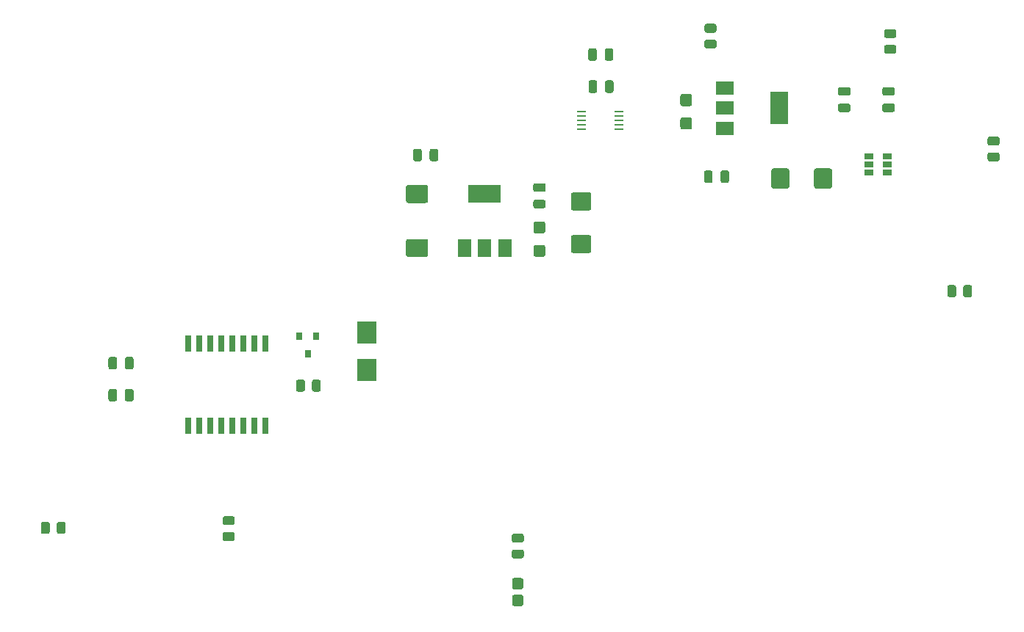
<source format=gtp>
G04 #@! TF.GenerationSoftware,KiCad,Pcbnew,(5.1.9)-1*
G04 #@! TF.CreationDate,2021-01-28T15:57:22-05:00*
G04 #@! TF.ProjectId,SensorBoard,53656e73-6f72-4426-9f61-72642e6b6963,rev?*
G04 #@! TF.SameCoordinates,Original*
G04 #@! TF.FileFunction,Paste,Top*
G04 #@! TF.FilePolarity,Positive*
%FSLAX46Y46*%
G04 Gerber Fmt 4.6, Leading zero omitted, Abs format (unit mm)*
G04 Created by KiCad (PCBNEW (5.1.9)-1) date 2021-01-28 15:57:22*
%MOMM*%
%LPD*%
G01*
G04 APERTURE LIST*
%ADD10R,1.060000X0.650000*%
%ADD11R,2.000000X1.500000*%
%ADD12R,2.000000X3.800000*%
%ADD13R,1.100000X0.250000*%
%ADD14R,1.500000X2.000000*%
%ADD15R,3.800000X2.000000*%
%ADD16R,0.800000X0.900000*%
%ADD17R,0.650000X1.950000*%
%ADD18R,2.300000X2.500000*%
G04 APERTURE END LIST*
G36*
G01*
X207750002Y-97100000D02*
X206849998Y-97100000D01*
G75*
G02*
X206600000Y-96850002I0J249998D01*
G01*
X206600000Y-96324998D01*
G75*
G02*
X206849998Y-96075000I249998J0D01*
G01*
X207750002Y-96075000D01*
G75*
G02*
X208000000Y-96324998I0J-249998D01*
G01*
X208000000Y-96850002D01*
G75*
G02*
X207750002Y-97100000I-249998J0D01*
G01*
G37*
G36*
G01*
X207750002Y-98925000D02*
X206849998Y-98925000D01*
G75*
G02*
X206600000Y-98675002I0J249998D01*
G01*
X206600000Y-98149998D01*
G75*
G02*
X206849998Y-97900000I249998J0D01*
G01*
X207750002Y-97900000D01*
G75*
G02*
X208000000Y-98149998I0J-249998D01*
G01*
X208000000Y-98675002D01*
G75*
G02*
X207750002Y-98925000I-249998J0D01*
G01*
G37*
D10*
X192900000Y-99300000D03*
X192900000Y-100250000D03*
X192900000Y-98350000D03*
X195100000Y-98350000D03*
X195100000Y-99300000D03*
X195100000Y-100250000D03*
D11*
X176350000Y-90500000D03*
X176350000Y-95100000D03*
X176350000Y-92800000D03*
D12*
X182650000Y-92800000D03*
D13*
X159850000Y-95200000D03*
X159850000Y-94700000D03*
X159850000Y-94200000D03*
X159850000Y-93700000D03*
X159850000Y-93200000D03*
X164150000Y-93200000D03*
X164150000Y-93700000D03*
X164150000Y-94200000D03*
X164150000Y-94700000D03*
X164150000Y-95200000D03*
D14*
X146400000Y-108950000D03*
X151000000Y-108950000D03*
X148700000Y-108950000D03*
D15*
X148700000Y-102650000D03*
G36*
G01*
X203000000Y-113449998D02*
X203000000Y-114350002D01*
G75*
G02*
X202750002Y-114600000I-249998J0D01*
G01*
X202224998Y-114600000D01*
G75*
G02*
X201975000Y-114350002I0J249998D01*
G01*
X201975000Y-113449998D01*
G75*
G02*
X202224998Y-113200000I249998J0D01*
G01*
X202750002Y-113200000D01*
G75*
G02*
X203000000Y-113449998I0J-249998D01*
G01*
G37*
G36*
G01*
X204825000Y-113449998D02*
X204825000Y-114350002D01*
G75*
G02*
X204575002Y-114600000I-249998J0D01*
G01*
X204049998Y-114600000D01*
G75*
G02*
X203800000Y-114350002I0J249998D01*
G01*
X203800000Y-113449998D01*
G75*
G02*
X204049998Y-113200000I249998J0D01*
G01*
X204575002Y-113200000D01*
G75*
G02*
X204825000Y-113449998I0J-249998D01*
G01*
G37*
G36*
G01*
X152049998Y-143700000D02*
X152950002Y-143700000D01*
G75*
G02*
X153200000Y-143949998I0J-249998D01*
G01*
X153200000Y-144475002D01*
G75*
G02*
X152950002Y-144725000I-249998J0D01*
G01*
X152049998Y-144725000D01*
G75*
G02*
X151800000Y-144475002I0J249998D01*
G01*
X151800000Y-143949998D01*
G75*
G02*
X152049998Y-143700000I249998J0D01*
G01*
G37*
G36*
G01*
X152049998Y-141875000D02*
X152950002Y-141875000D01*
G75*
G02*
X153200000Y-142124998I0J-249998D01*
G01*
X153200000Y-142650002D01*
G75*
G02*
X152950002Y-142900000I-249998J0D01*
G01*
X152049998Y-142900000D01*
G75*
G02*
X151800000Y-142650002I0J249998D01*
G01*
X151800000Y-142124998D01*
G75*
G02*
X152049998Y-141875000I249998J0D01*
G01*
G37*
G36*
G01*
X127987500Y-124349998D02*
X127987500Y-125250002D01*
G75*
G02*
X127737502Y-125500000I-249998J0D01*
G01*
X127212498Y-125500000D01*
G75*
G02*
X126962500Y-125250002I0J249998D01*
G01*
X126962500Y-124349998D01*
G75*
G02*
X127212498Y-124100000I249998J0D01*
G01*
X127737502Y-124100000D01*
G75*
G02*
X127987500Y-124349998I0J-249998D01*
G01*
G37*
G36*
G01*
X129812500Y-124349998D02*
X129812500Y-125250002D01*
G75*
G02*
X129562502Y-125500000I-249998J0D01*
G01*
X129037498Y-125500000D01*
G75*
G02*
X128787500Y-125250002I0J249998D01*
G01*
X128787500Y-124349998D01*
G75*
G02*
X129037498Y-124100000I249998J0D01*
G01*
X129562502Y-124100000D01*
G75*
G02*
X129812500Y-124349998I0J-249998D01*
G01*
G37*
G36*
G01*
X119650002Y-140887500D02*
X118749998Y-140887500D01*
G75*
G02*
X118500000Y-140637502I0J249998D01*
G01*
X118500000Y-140112498D01*
G75*
G02*
X118749998Y-139862500I249998J0D01*
G01*
X119650002Y-139862500D01*
G75*
G02*
X119900000Y-140112498I0J-249998D01*
G01*
X119900000Y-140637502D01*
G75*
G02*
X119650002Y-140887500I-249998J0D01*
G01*
G37*
G36*
G01*
X119650002Y-142712500D02*
X118749998Y-142712500D01*
G75*
G02*
X118500000Y-142462502I0J249998D01*
G01*
X118500000Y-141937498D01*
G75*
G02*
X118749998Y-141687500I249998J0D01*
G01*
X119650002Y-141687500D01*
G75*
G02*
X119900000Y-141937498I0J-249998D01*
G01*
X119900000Y-142462502D01*
G75*
G02*
X119650002Y-142712500I-249998J0D01*
G01*
G37*
G36*
G01*
X194949998Y-85500000D02*
X195850002Y-85500000D01*
G75*
G02*
X196100000Y-85749998I0J-249998D01*
G01*
X196100000Y-86275002D01*
G75*
G02*
X195850002Y-86525000I-249998J0D01*
G01*
X194949998Y-86525000D01*
G75*
G02*
X194700000Y-86275002I0J249998D01*
G01*
X194700000Y-85749998D01*
G75*
G02*
X194949998Y-85500000I249998J0D01*
G01*
G37*
G36*
G01*
X194949998Y-83675000D02*
X195850002Y-83675000D01*
G75*
G02*
X196100000Y-83924998I0J-249998D01*
G01*
X196100000Y-84450002D01*
G75*
G02*
X195850002Y-84700000I-249998J0D01*
G01*
X194949998Y-84700000D01*
G75*
G02*
X194700000Y-84450002I0J249998D01*
G01*
X194700000Y-83924998D01*
G75*
G02*
X194949998Y-83675000I249998J0D01*
G01*
G37*
G36*
G01*
X174249998Y-84887500D02*
X175150002Y-84887500D01*
G75*
G02*
X175400000Y-85137498I0J-249998D01*
G01*
X175400000Y-85662502D01*
G75*
G02*
X175150002Y-85912500I-249998J0D01*
G01*
X174249998Y-85912500D01*
G75*
G02*
X174000000Y-85662502I0J249998D01*
G01*
X174000000Y-85137498D01*
G75*
G02*
X174249998Y-84887500I249998J0D01*
G01*
G37*
G36*
G01*
X174249998Y-83062500D02*
X175150002Y-83062500D01*
G75*
G02*
X175400000Y-83312498I0J-249998D01*
G01*
X175400000Y-83837502D01*
G75*
G02*
X175150002Y-84087500I-249998J0D01*
G01*
X174249998Y-84087500D01*
G75*
G02*
X174000000Y-83837502I0J249998D01*
G01*
X174000000Y-83312498D01*
G75*
G02*
X174249998Y-83062500I249998J0D01*
G01*
G37*
G36*
G01*
X99400000Y-141650002D02*
X99400000Y-140749998D01*
G75*
G02*
X99649998Y-140500000I249998J0D01*
G01*
X100175002Y-140500000D01*
G75*
G02*
X100425000Y-140749998I0J-249998D01*
G01*
X100425000Y-141650002D01*
G75*
G02*
X100175002Y-141900000I-249998J0D01*
G01*
X99649998Y-141900000D01*
G75*
G02*
X99400000Y-141650002I0J249998D01*
G01*
G37*
G36*
G01*
X97575000Y-141650002D02*
X97575000Y-140749998D01*
G75*
G02*
X97824998Y-140500000I249998J0D01*
G01*
X98350002Y-140500000D01*
G75*
G02*
X98600000Y-140749998I0J-249998D01*
G01*
X98600000Y-141650002D01*
G75*
G02*
X98350002Y-141900000I-249998J0D01*
G01*
X97824998Y-141900000D01*
G75*
G02*
X97575000Y-141650002I0J249998D01*
G01*
G37*
D16*
X128300000Y-121100000D03*
X127350000Y-119100000D03*
X129250000Y-119100000D03*
D17*
X114555000Y-129425000D03*
X115825000Y-129425000D03*
X117095000Y-129425000D03*
X118365000Y-129425000D03*
X119635000Y-129425000D03*
X120905000Y-129425000D03*
X122175000Y-129425000D03*
X123445000Y-129425000D03*
X123445000Y-119975000D03*
X122175000Y-119975000D03*
X120905000Y-119975000D03*
X119635000Y-119975000D03*
X118365000Y-119975000D03*
X117095000Y-119975000D03*
X115825000Y-119975000D03*
X114555000Y-119975000D03*
D18*
X135100000Y-122950000D03*
X135100000Y-118650000D03*
G36*
G01*
X152900001Y-148300000D02*
X152099999Y-148300000D01*
G75*
G02*
X151850000Y-148050001I0J249999D01*
G01*
X151850000Y-147224999D01*
G75*
G02*
X152099999Y-146975000I249999J0D01*
G01*
X152900001Y-146975000D01*
G75*
G02*
X153150000Y-147224999I0J-249999D01*
G01*
X153150000Y-148050001D01*
G75*
G02*
X152900001Y-148300000I-249999J0D01*
G01*
G37*
G36*
G01*
X152900001Y-150225000D02*
X152099999Y-150225000D01*
G75*
G02*
X151850000Y-149975001I0J249999D01*
G01*
X151850000Y-149149999D01*
G75*
G02*
X152099999Y-148900000I249999J0D01*
G01*
X152900001Y-148900000D01*
G75*
G02*
X153150000Y-149149999I0J-249999D01*
G01*
X153150000Y-149975001D01*
G75*
G02*
X152900001Y-150225000I-249999J0D01*
G01*
G37*
G36*
G01*
X190575000Y-91350000D02*
X189625000Y-91350000D01*
G75*
G02*
X189375000Y-91100000I0J250000D01*
G01*
X189375000Y-90600000D01*
G75*
G02*
X189625000Y-90350000I250000J0D01*
G01*
X190575000Y-90350000D01*
G75*
G02*
X190825000Y-90600000I0J-250000D01*
G01*
X190825000Y-91100000D01*
G75*
G02*
X190575000Y-91350000I-250000J0D01*
G01*
G37*
G36*
G01*
X190575000Y-93250000D02*
X189625000Y-93250000D01*
G75*
G02*
X189375000Y-93000000I0J250000D01*
G01*
X189375000Y-92500000D01*
G75*
G02*
X189625000Y-92250000I250000J0D01*
G01*
X190575000Y-92250000D01*
G75*
G02*
X190825000Y-92500000I0J-250000D01*
G01*
X190825000Y-93000000D01*
G75*
G02*
X190575000Y-93250000I-250000J0D01*
G01*
G37*
G36*
G01*
X195675000Y-91350000D02*
X194725000Y-91350000D01*
G75*
G02*
X194475000Y-91100000I0J250000D01*
G01*
X194475000Y-90600000D01*
G75*
G02*
X194725000Y-90350000I250000J0D01*
G01*
X195675000Y-90350000D01*
G75*
G02*
X195925000Y-90600000I0J-250000D01*
G01*
X195925000Y-91100000D01*
G75*
G02*
X195675000Y-91350000I-250000J0D01*
G01*
G37*
G36*
G01*
X195675000Y-93250000D02*
X194725000Y-93250000D01*
G75*
G02*
X194475000Y-93000000I0J250000D01*
G01*
X194475000Y-92500000D01*
G75*
G02*
X194725000Y-92250000I250000J0D01*
G01*
X195675000Y-92250000D01*
G75*
G02*
X195925000Y-92500000I0J-250000D01*
G01*
X195925000Y-93000000D01*
G75*
G02*
X195675000Y-93250000I-250000J0D01*
G01*
G37*
G36*
G01*
X186625000Y-101825000D02*
X186625000Y-99975000D01*
G75*
G02*
X186875000Y-99725000I250000J0D01*
G01*
X188450000Y-99725000D01*
G75*
G02*
X188700000Y-99975000I0J-250000D01*
G01*
X188700000Y-101825000D01*
G75*
G02*
X188450000Y-102075000I-250000J0D01*
G01*
X186875000Y-102075000D01*
G75*
G02*
X186625000Y-101825000I0J250000D01*
G01*
G37*
G36*
G01*
X181700000Y-101825000D02*
X181700000Y-99975000D01*
G75*
G02*
X181950000Y-99725000I250000J0D01*
G01*
X183525000Y-99725000D01*
G75*
G02*
X183775000Y-99975000I0J-250000D01*
G01*
X183775000Y-101825000D01*
G75*
G02*
X183525000Y-102075000I-250000J0D01*
G01*
X181950000Y-102075000D01*
G75*
G02*
X181700000Y-101825000I0J250000D01*
G01*
G37*
G36*
G01*
X175850000Y-101175000D02*
X175850000Y-100225000D01*
G75*
G02*
X176100000Y-99975000I250000J0D01*
G01*
X176600000Y-99975000D01*
G75*
G02*
X176850000Y-100225000I0J-250000D01*
G01*
X176850000Y-101175000D01*
G75*
G02*
X176600000Y-101425000I-250000J0D01*
G01*
X176100000Y-101425000D01*
G75*
G02*
X175850000Y-101175000I0J250000D01*
G01*
G37*
G36*
G01*
X173950000Y-101175000D02*
X173950000Y-100225000D01*
G75*
G02*
X174200000Y-99975000I250000J0D01*
G01*
X174700000Y-99975000D01*
G75*
G02*
X174950000Y-100225000I0J-250000D01*
G01*
X174950000Y-101175000D01*
G75*
G02*
X174700000Y-101425000I-250000J0D01*
G01*
X174200000Y-101425000D01*
G75*
G02*
X173950000Y-101175000I0J250000D01*
G01*
G37*
G36*
G01*
X172325001Y-92550000D02*
X171474999Y-92550000D01*
G75*
G02*
X171225000Y-92300001I0J249999D01*
G01*
X171225000Y-91399999D01*
G75*
G02*
X171474999Y-91150000I249999J0D01*
G01*
X172325001Y-91150000D01*
G75*
G02*
X172575000Y-91399999I0J-249999D01*
G01*
X172575000Y-92300001D01*
G75*
G02*
X172325001Y-92550000I-249999J0D01*
G01*
G37*
G36*
G01*
X172325001Y-95250000D02*
X171474999Y-95250000D01*
G75*
G02*
X171225000Y-95000001I0J249999D01*
G01*
X171225000Y-94099999D01*
G75*
G02*
X171474999Y-93850000I249999J0D01*
G01*
X172325001Y-93850000D01*
G75*
G02*
X172575000Y-94099999I0J-249999D01*
G01*
X172575000Y-95000001D01*
G75*
G02*
X172325001Y-95250000I-249999J0D01*
G01*
G37*
G36*
G01*
X162510000Y-87075000D02*
X162510000Y-86125000D01*
G75*
G02*
X162760000Y-85875000I250000J0D01*
G01*
X163260000Y-85875000D01*
G75*
G02*
X163510000Y-86125000I0J-250000D01*
G01*
X163510000Y-87075000D01*
G75*
G02*
X163260000Y-87325000I-250000J0D01*
G01*
X162760000Y-87325000D01*
G75*
G02*
X162510000Y-87075000I0J250000D01*
G01*
G37*
G36*
G01*
X160610000Y-87075000D02*
X160610000Y-86125000D01*
G75*
G02*
X160860000Y-85875000I250000J0D01*
G01*
X161360000Y-85875000D01*
G75*
G02*
X161610000Y-86125000I0J-250000D01*
G01*
X161610000Y-87075000D01*
G75*
G02*
X161360000Y-87325000I-250000J0D01*
G01*
X160860000Y-87325000D01*
G75*
G02*
X160610000Y-87075000I0J250000D01*
G01*
G37*
G36*
G01*
X106350000Y-125425000D02*
X106350000Y-126375000D01*
G75*
G02*
X106100000Y-126625000I-250000J0D01*
G01*
X105600000Y-126625000D01*
G75*
G02*
X105350000Y-126375000I0J250000D01*
G01*
X105350000Y-125425000D01*
G75*
G02*
X105600000Y-125175000I250000J0D01*
G01*
X106100000Y-125175000D01*
G75*
G02*
X106350000Y-125425000I0J-250000D01*
G01*
G37*
G36*
G01*
X108250000Y-125425000D02*
X108250000Y-126375000D01*
G75*
G02*
X108000000Y-126625000I-250000J0D01*
G01*
X107500000Y-126625000D01*
G75*
G02*
X107250000Y-126375000I0J250000D01*
G01*
X107250000Y-125425000D01*
G75*
G02*
X107500000Y-125175000I250000J0D01*
G01*
X108000000Y-125175000D01*
G75*
G02*
X108250000Y-125425000I0J-250000D01*
G01*
G37*
G36*
G01*
X162550000Y-90775000D02*
X162550000Y-89825000D01*
G75*
G02*
X162800000Y-89575000I250000J0D01*
G01*
X163300000Y-89575000D01*
G75*
G02*
X163550000Y-89825000I0J-250000D01*
G01*
X163550000Y-90775000D01*
G75*
G02*
X163300000Y-91025000I-250000J0D01*
G01*
X162800000Y-91025000D01*
G75*
G02*
X162550000Y-90775000I0J250000D01*
G01*
G37*
G36*
G01*
X160650000Y-90775000D02*
X160650000Y-89825000D01*
G75*
G02*
X160900000Y-89575000I250000J0D01*
G01*
X161400000Y-89575000D01*
G75*
G02*
X161650000Y-89825000I0J-250000D01*
G01*
X161650000Y-90775000D01*
G75*
G02*
X161400000Y-91025000I-250000J0D01*
G01*
X160900000Y-91025000D01*
G75*
G02*
X160650000Y-90775000I0J250000D01*
G01*
G37*
G36*
G01*
X106350000Y-121725000D02*
X106350000Y-122675000D01*
G75*
G02*
X106100000Y-122925000I-250000J0D01*
G01*
X105600000Y-122925000D01*
G75*
G02*
X105350000Y-122675000I0J250000D01*
G01*
X105350000Y-121725000D01*
G75*
G02*
X105600000Y-121475000I250000J0D01*
G01*
X106100000Y-121475000D01*
G75*
G02*
X106350000Y-121725000I0J-250000D01*
G01*
G37*
G36*
G01*
X108250000Y-121725000D02*
X108250000Y-122675000D01*
G75*
G02*
X108000000Y-122925000I-250000J0D01*
G01*
X107500000Y-122925000D01*
G75*
G02*
X107250000Y-122675000I0J250000D01*
G01*
X107250000Y-121725000D01*
G75*
G02*
X107500000Y-121475000I250000J0D01*
G01*
X108000000Y-121475000D01*
G75*
G02*
X108250000Y-121725000I0J-250000D01*
G01*
G37*
G36*
G01*
X142350000Y-98675000D02*
X142350000Y-97725000D01*
G75*
G02*
X142600000Y-97475000I250000J0D01*
G01*
X143100000Y-97475000D01*
G75*
G02*
X143350000Y-97725000I0J-250000D01*
G01*
X143350000Y-98675000D01*
G75*
G02*
X143100000Y-98925000I-250000J0D01*
G01*
X142600000Y-98925000D01*
G75*
G02*
X142350000Y-98675000I0J250000D01*
G01*
G37*
G36*
G01*
X140450000Y-98675000D02*
X140450000Y-97725000D01*
G75*
G02*
X140700000Y-97475000I250000J0D01*
G01*
X141200000Y-97475000D01*
G75*
G02*
X141450000Y-97725000I0J-250000D01*
G01*
X141450000Y-98675000D01*
G75*
G02*
X141200000Y-98925000I-250000J0D01*
G01*
X140700000Y-98925000D01*
G75*
G02*
X140450000Y-98675000I0J250000D01*
G01*
G37*
G36*
G01*
X158875000Y-107425000D02*
X160725000Y-107425000D01*
G75*
G02*
X160975000Y-107675000I0J-250000D01*
G01*
X160975000Y-109250000D01*
G75*
G02*
X160725000Y-109500000I-250000J0D01*
G01*
X158875000Y-109500000D01*
G75*
G02*
X158625000Y-109250000I0J250000D01*
G01*
X158625000Y-107675000D01*
G75*
G02*
X158875000Y-107425000I250000J0D01*
G01*
G37*
G36*
G01*
X158875000Y-102500000D02*
X160725000Y-102500000D01*
G75*
G02*
X160975000Y-102750000I0J-250000D01*
G01*
X160975000Y-104325000D01*
G75*
G02*
X160725000Y-104575000I-250000J0D01*
G01*
X158875000Y-104575000D01*
G75*
G02*
X158625000Y-104325000I0J250000D01*
G01*
X158625000Y-102750000D01*
G75*
G02*
X158875000Y-102500000I250000J0D01*
G01*
G37*
G36*
G01*
X154525000Y-103350000D02*
X155475000Y-103350000D01*
G75*
G02*
X155725000Y-103600000I0J-250000D01*
G01*
X155725000Y-104100000D01*
G75*
G02*
X155475000Y-104350000I-250000J0D01*
G01*
X154525000Y-104350000D01*
G75*
G02*
X154275000Y-104100000I0J250000D01*
G01*
X154275000Y-103600000D01*
G75*
G02*
X154525000Y-103350000I250000J0D01*
G01*
G37*
G36*
G01*
X154525000Y-101450000D02*
X155475000Y-101450000D01*
G75*
G02*
X155725000Y-101700000I0J-250000D01*
G01*
X155725000Y-102200000D01*
G75*
G02*
X155475000Y-102450000I-250000J0D01*
G01*
X154525000Y-102450000D01*
G75*
G02*
X154275000Y-102200000I0J250000D01*
G01*
X154275000Y-101700000D01*
G75*
G02*
X154525000Y-101450000I250000J0D01*
G01*
G37*
G36*
G01*
X155425001Y-107250000D02*
X154574999Y-107250000D01*
G75*
G02*
X154325000Y-107000001I0J249999D01*
G01*
X154325000Y-106099999D01*
G75*
G02*
X154574999Y-105850000I249999J0D01*
G01*
X155425001Y-105850000D01*
G75*
G02*
X155675000Y-106099999I0J-249999D01*
G01*
X155675000Y-107000001D01*
G75*
G02*
X155425001Y-107250000I-249999J0D01*
G01*
G37*
G36*
G01*
X155425001Y-109950000D02*
X154574999Y-109950000D01*
G75*
G02*
X154325000Y-109700001I0J249999D01*
G01*
X154325000Y-108799999D01*
G75*
G02*
X154574999Y-108550000I249999J0D01*
G01*
X155425001Y-108550000D01*
G75*
G02*
X155675000Y-108799999I0J-249999D01*
G01*
X155675000Y-109700001D01*
G75*
G02*
X155425001Y-109950000I-249999J0D01*
G01*
G37*
G36*
G01*
X141925000Y-103725000D02*
X139875000Y-103725000D01*
G75*
G02*
X139625000Y-103475000I0J250000D01*
G01*
X139625000Y-101900000D01*
G75*
G02*
X139875000Y-101650000I250000J0D01*
G01*
X141925000Y-101650000D01*
G75*
G02*
X142175000Y-101900000I0J-250000D01*
G01*
X142175000Y-103475000D01*
G75*
G02*
X141925000Y-103725000I-250000J0D01*
G01*
G37*
G36*
G01*
X141925000Y-109950000D02*
X139875000Y-109950000D01*
G75*
G02*
X139625000Y-109700000I0J250000D01*
G01*
X139625000Y-108125000D01*
G75*
G02*
X139875000Y-107875000I250000J0D01*
G01*
X141925000Y-107875000D01*
G75*
G02*
X142175000Y-108125000I0J-250000D01*
G01*
X142175000Y-109700000D01*
G75*
G02*
X141925000Y-109950000I-250000J0D01*
G01*
G37*
M02*

</source>
